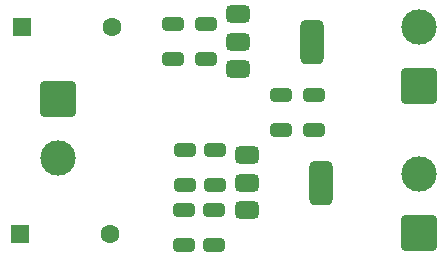
<source format=gbr>
%TF.GenerationSoftware,KiCad,Pcbnew,9.0.5*%
%TF.CreationDate,2025-11-27T16:43:58-05:00*%
%TF.ProjectId,dual_power_supply,6475616c-5f70-46f7-9765-725f73757070,rev?*%
%TF.SameCoordinates,Original*%
%TF.FileFunction,Soldermask,Top*%
%TF.FilePolarity,Negative*%
%FSLAX46Y46*%
G04 Gerber Fmt 4.6, Leading zero omitted, Abs format (unit mm)*
G04 Created by KiCad (PCBNEW 9.0.5) date 2025-11-27 16:43:58*
%MOMM*%
%LPD*%
G01*
G04 APERTURE LIST*
G04 Aperture macros list*
%AMRoundRect*
0 Rectangle with rounded corners*
0 $1 Rounding radius*
0 $2 $3 $4 $5 $6 $7 $8 $9 X,Y pos of 4 corners*
0 Add a 4 corners polygon primitive as box body*
4,1,4,$2,$3,$4,$5,$6,$7,$8,$9,$2,$3,0*
0 Add four circle primitives for the rounded corners*
1,1,$1+$1,$2,$3*
1,1,$1+$1,$4,$5*
1,1,$1+$1,$6,$7*
1,1,$1+$1,$8,$9*
0 Add four rect primitives between the rounded corners*
20,1,$1+$1,$2,$3,$4,$5,0*
20,1,$1+$1,$4,$5,$6,$7,0*
20,1,$1+$1,$6,$7,$8,$9,0*
20,1,$1+$1,$8,$9,$2,$3,0*%
G04 Aperture macros list end*
%ADD10RoundRect,0.250000X-0.650000X0.325000X-0.650000X-0.325000X0.650000X-0.325000X0.650000X0.325000X0*%
%ADD11RoundRect,0.250000X0.650000X-0.325000X0.650000X0.325000X-0.650000X0.325000X-0.650000X-0.325000X0*%
%ADD12RoundRect,0.249999X1.250001X-1.250001X1.250001X1.250001X-1.250001X1.250001X-1.250001X-1.250001X0*%
%ADD13C,3.000000*%
%ADD14RoundRect,0.250000X-0.550000X-0.550000X0.550000X-0.550000X0.550000X0.550000X-0.550000X0.550000X0*%
%ADD15C,1.600000*%
%ADD16RoundRect,0.375000X-0.625000X-0.375000X0.625000X-0.375000X0.625000X0.375000X-0.625000X0.375000X0*%
%ADD17RoundRect,0.500000X-0.500000X-1.400000X0.500000X-1.400000X0.500000X1.400000X-0.500000X1.400000X0*%
%ADD18RoundRect,0.249999X-1.250001X1.250001X-1.250001X-1.250001X1.250001X-1.250001X1.250001X1.250001X0*%
G04 APERTURE END LIST*
D10*
%TO.C,C7*%
X125095000Y-98855000D03*
X125095000Y-101805000D03*
%TD*%
D11*
%TO.C,C3*%
X124460000Y-86057000D03*
X124460000Y-83107000D03*
%TD*%
D10*
%TO.C,C5*%
X133604000Y-89076000D03*
X133604000Y-92026000D03*
%TD*%
%TO.C,C4*%
X130810000Y-89076000D03*
X130810000Y-92026000D03*
%TD*%
D12*
%TO.C,J3*%
X142494000Y-100758000D03*
D13*
X142494000Y-95758000D03*
%TD*%
D14*
%TO.C,SW2*%
X108712000Y-100838000D03*
D15*
X116332000Y-100838000D03*
%TD*%
D11*
%TO.C,C8*%
X122682000Y-96725000D03*
X122682000Y-93775000D03*
%TD*%
D12*
%TO.C,J2*%
X142494000Y-88312000D03*
D13*
X142494000Y-83312000D03*
%TD*%
D11*
%TO.C,C9*%
X125222000Y-96725000D03*
X125222000Y-93775000D03*
%TD*%
D10*
%TO.C,C6*%
X122555000Y-98855000D03*
X122555000Y-101805000D03*
%TD*%
D16*
%TO.C,U1*%
X127914000Y-94220000D03*
X127914000Y-96520000D03*
D17*
X134214000Y-96520000D03*
D16*
X127914000Y-98820000D03*
%TD*%
D14*
%TO.C,SW1*%
X108850000Y-83324500D03*
D15*
X116470000Y-83324500D03*
%TD*%
D11*
%TO.C,C2*%
X121666000Y-86057000D03*
X121666000Y-83107000D03*
%TD*%
D18*
%TO.C,J1*%
X111888500Y-89448000D03*
D13*
X111888500Y-94448000D03*
%TD*%
D16*
%TO.C,U2*%
X127152000Y-82282000D03*
X127152000Y-84582000D03*
D17*
X133452000Y-84582000D03*
D16*
X127152000Y-86882000D03*
%TD*%
M02*

</source>
